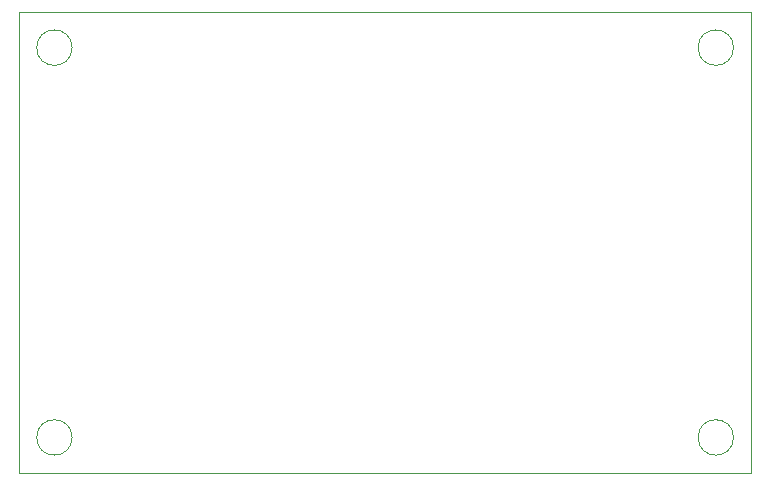
<source format=gbr>
%TF.GenerationSoftware,KiCad,Pcbnew,(6.0.2)*%
%TF.CreationDate,2022-03-19T19:29:33+03:00*%
%TF.ProjectId,LM2596_invertingBuck_5,4c4d3235-3936-45f6-996e-76657274696e,rev?*%
%TF.SameCoordinates,Original*%
%TF.FileFunction,Profile,NP*%
%FSLAX46Y46*%
G04 Gerber Fmt 4.6, Leading zero omitted, Abs format (unit mm)*
G04 Created by KiCad (PCBNEW (6.0.2)) date 2022-03-19 19:29:33*
%MOMM*%
%LPD*%
G01*
G04 APERTURE LIST*
%TA.AperFunction,Profile*%
%ADD10C,0.100000*%
%TD*%
G04 APERTURE END LIST*
D10*
X93500000Y-71000000D02*
G75*
G03*
X93500000Y-71000000I-1500000J0D01*
G01*
X93500000Y-104000000D02*
G75*
G03*
X93500000Y-104000000I-1500000J0D01*
G01*
X149500000Y-104000000D02*
G75*
G03*
X149500000Y-104000000I-1500000J0D01*
G01*
X149500000Y-71000000D02*
G75*
G03*
X149500000Y-71000000I-1500000J0D01*
G01*
X89000000Y-68000000D02*
X151000000Y-68000000D01*
X151000000Y-68000000D02*
X151000000Y-107000000D01*
X151000000Y-107000000D02*
X89000000Y-107000000D01*
X89000000Y-107000000D02*
X89000000Y-68000000D01*
M02*

</source>
